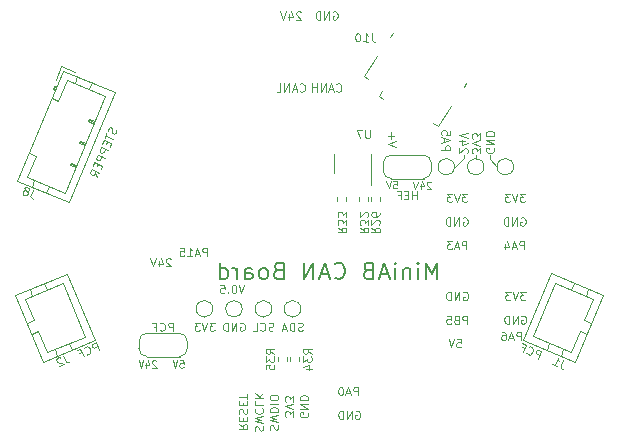
<source format=gbo>
G04 #@! TF.GenerationSoftware,KiCad,Pcbnew,(6.0.0)*
G04 #@! TF.CreationDate,2022-03-04T12:47:46+01:00*
G04 #@! TF.ProjectId,MiniAB-CAN-Board,4d696e69-4142-42d4-9341-4e2d426f6172,1*
G04 #@! TF.SameCoordinates,Original*
G04 #@! TF.FileFunction,Legend,Bot*
G04 #@! TF.FilePolarity,Positive*
%FSLAX46Y46*%
G04 Gerber Fmt 4.6, Leading zero omitted, Abs format (unit mm)*
G04 Created by KiCad (PCBNEW (6.0.0)) date 2022-03-04 12:47:46*
%MOMM*%
%LPD*%
G01*
G04 APERTURE LIST*
%ADD10C,0.100000*%
%ADD11C,0.200000*%
%ADD12C,0.120000*%
G04 APERTURE END LIST*
D10*
X122175000Y-76725000D02*
X122940000Y-75960000D01*
X125160000Y-76080000D02*
X125160000Y-75700000D01*
X122940000Y-75960000D02*
X122940000Y-75700000D01*
X123960000Y-76025000D02*
X123960000Y-75700000D01*
X125780000Y-76700000D02*
X125160000Y-76080000D01*
X98143333Y-84523333D02*
X98110000Y-84490000D01*
X98043333Y-84456666D01*
X97876666Y-84456666D01*
X97810000Y-84490000D01*
X97776666Y-84523333D01*
X97743333Y-84590000D01*
X97743333Y-84656666D01*
X97776666Y-84756666D01*
X98176666Y-85156666D01*
X97743333Y-85156666D01*
X97143333Y-84690000D02*
X97143333Y-85156666D01*
X97310000Y-84423333D02*
X97476666Y-84923333D01*
X97043333Y-84923333D01*
X96876666Y-84456666D02*
X96643333Y-85156666D01*
X96410000Y-84456666D01*
X122373333Y-91316666D02*
X122706666Y-91316666D01*
X122740000Y-91650000D01*
X122706666Y-91616666D01*
X122640000Y-91583333D01*
X122473333Y-91583333D01*
X122406666Y-91616666D01*
X122373333Y-91650000D01*
X122340000Y-91716666D01*
X122340000Y-91883333D01*
X122373333Y-91950000D01*
X122406666Y-91983333D01*
X122473333Y-92016666D01*
X122640000Y-92016666D01*
X122706666Y-91983333D01*
X122740000Y-91950000D01*
X122140000Y-91316666D02*
X121906666Y-92016666D01*
X121673333Y-91316666D01*
X114006666Y-96066666D02*
X114006666Y-95366666D01*
X113740000Y-95366666D01*
X113673333Y-95400000D01*
X113640000Y-95433333D01*
X113606666Y-95500000D01*
X113606666Y-95600000D01*
X113640000Y-95666666D01*
X113673333Y-95700000D01*
X113740000Y-95733333D01*
X114006666Y-95733333D01*
X113340000Y-95866666D02*
X113006666Y-95866666D01*
X113406666Y-96066666D02*
X113173333Y-95366666D01*
X112940000Y-96066666D01*
X112573333Y-95366666D02*
X112506666Y-95366666D01*
X112440000Y-95400000D01*
X112406666Y-95433333D01*
X112373333Y-95500000D01*
X112340000Y-95633333D01*
X112340000Y-95800000D01*
X112373333Y-95933333D01*
X112406666Y-96000000D01*
X112440000Y-96033333D01*
X112506666Y-96066666D01*
X112573333Y-96066666D01*
X112640000Y-96033333D01*
X112673333Y-96000000D01*
X112706666Y-95933333D01*
X112740000Y-95800000D01*
X112740000Y-95633333D01*
X112706666Y-95500000D01*
X112673333Y-95433333D01*
X112640000Y-95400000D01*
X112573333Y-95366666D01*
X128186666Y-87296666D02*
X127753333Y-87296666D01*
X127986666Y-87563333D01*
X127886666Y-87563333D01*
X127820000Y-87596666D01*
X127786666Y-87630000D01*
X127753333Y-87696666D01*
X127753333Y-87863333D01*
X127786666Y-87930000D01*
X127820000Y-87963333D01*
X127886666Y-87996666D01*
X128086666Y-87996666D01*
X128153333Y-87963333D01*
X128186666Y-87930000D01*
X127553333Y-87296666D02*
X127320000Y-87996666D01*
X127086666Y-87296666D01*
X126920000Y-87296666D02*
X126486666Y-87296666D01*
X126720000Y-87563333D01*
X126620000Y-87563333D01*
X126553333Y-87596666D01*
X126520000Y-87630000D01*
X126486666Y-87696666D01*
X126486666Y-87863333D01*
X126520000Y-87930000D01*
X126553333Y-87963333D01*
X126620000Y-87996666D01*
X126820000Y-87996666D01*
X126886666Y-87963333D01*
X126920000Y-87930000D01*
X109073333Y-70300000D02*
X109106666Y-70333333D01*
X109206666Y-70366666D01*
X109273333Y-70366666D01*
X109373333Y-70333333D01*
X109440000Y-70266666D01*
X109473333Y-70200000D01*
X109506666Y-70066666D01*
X109506666Y-69966666D01*
X109473333Y-69833333D01*
X109440000Y-69766666D01*
X109373333Y-69700000D01*
X109273333Y-69666666D01*
X109206666Y-69666666D01*
X109106666Y-69700000D01*
X109073333Y-69733333D01*
X108806666Y-70166666D02*
X108473333Y-70166666D01*
X108873333Y-70366666D02*
X108640000Y-69666666D01*
X108406666Y-70366666D01*
X108173333Y-70366666D02*
X108173333Y-69666666D01*
X107773333Y-70366666D01*
X107773333Y-69666666D01*
X107106666Y-70366666D02*
X107440000Y-70366666D01*
X107440000Y-69666666D01*
X128136666Y-78986666D02*
X127703333Y-78986666D01*
X127936666Y-79253333D01*
X127836666Y-79253333D01*
X127770000Y-79286666D01*
X127736666Y-79320000D01*
X127703333Y-79386666D01*
X127703333Y-79553333D01*
X127736666Y-79620000D01*
X127770000Y-79653333D01*
X127836666Y-79686666D01*
X128036666Y-79686666D01*
X128103333Y-79653333D01*
X128136666Y-79620000D01*
X127503333Y-78986666D02*
X127270000Y-79686666D01*
X127036666Y-78986666D01*
X126870000Y-78986666D02*
X126436666Y-78986666D01*
X126670000Y-79253333D01*
X126570000Y-79253333D01*
X126503333Y-79286666D01*
X126470000Y-79320000D01*
X126436666Y-79386666D01*
X126436666Y-79553333D01*
X126470000Y-79620000D01*
X126503333Y-79653333D01*
X126570000Y-79686666D01*
X126770000Y-79686666D01*
X126836666Y-79653333D01*
X126870000Y-79620000D01*
X122893333Y-81040000D02*
X122960000Y-81006666D01*
X123060000Y-81006666D01*
X123160000Y-81040000D01*
X123226666Y-81106666D01*
X123260000Y-81173333D01*
X123293333Y-81306666D01*
X123293333Y-81406666D01*
X123260000Y-81540000D01*
X123226666Y-81606666D01*
X123160000Y-81673333D01*
X123060000Y-81706666D01*
X122993333Y-81706666D01*
X122893333Y-81673333D01*
X122860000Y-81640000D01*
X122860000Y-81406666D01*
X122993333Y-81406666D01*
X122560000Y-81706666D02*
X122560000Y-81006666D01*
X122160000Y-81706666D01*
X122160000Y-81006666D01*
X121826666Y-81706666D02*
X121826666Y-81006666D01*
X121660000Y-81006666D01*
X121560000Y-81040000D01*
X121493333Y-81106666D01*
X121460000Y-81173333D01*
X121426666Y-81306666D01*
X121426666Y-81406666D01*
X121460000Y-81540000D01*
X121493333Y-81606666D01*
X121560000Y-81673333D01*
X121660000Y-81706666D01*
X121826666Y-81706666D01*
X109740000Y-97533333D02*
X109773333Y-97600000D01*
X109773333Y-97700000D01*
X109740000Y-97800000D01*
X109673333Y-97866666D01*
X109606666Y-97900000D01*
X109473333Y-97933333D01*
X109373333Y-97933333D01*
X109240000Y-97900000D01*
X109173333Y-97866666D01*
X109106666Y-97800000D01*
X109073333Y-97700000D01*
X109073333Y-97633333D01*
X109106666Y-97533333D01*
X109140000Y-97500000D01*
X109373333Y-97500000D01*
X109373333Y-97633333D01*
X109073333Y-97200000D02*
X109773333Y-97200000D01*
X109073333Y-96800000D01*
X109773333Y-96800000D01*
X109073333Y-96466666D02*
X109773333Y-96466666D01*
X109773333Y-96300000D01*
X109740000Y-96200000D01*
X109673333Y-96133333D01*
X109606666Y-96100000D01*
X109473333Y-96066666D01*
X109373333Y-96066666D01*
X109240000Y-96100000D01*
X109173333Y-96133333D01*
X109106666Y-96200000D01*
X109073333Y-96300000D01*
X109073333Y-96466666D01*
X121063333Y-75306666D02*
X121763333Y-75306666D01*
X121763333Y-75040000D01*
X121730000Y-74973333D01*
X121696666Y-74940000D01*
X121630000Y-74906666D01*
X121530000Y-74906666D01*
X121463333Y-74940000D01*
X121430000Y-74973333D01*
X121396666Y-75040000D01*
X121396666Y-75306666D01*
X121263333Y-74640000D02*
X121263333Y-74306666D01*
X121063333Y-74706666D02*
X121763333Y-74473333D01*
X121063333Y-74240000D01*
X121763333Y-73673333D02*
X121763333Y-74006666D01*
X121430000Y-74040000D01*
X121463333Y-74006666D01*
X121496666Y-73940000D01*
X121496666Y-73773333D01*
X121463333Y-73706666D01*
X121430000Y-73673333D01*
X121363333Y-73640000D01*
X121196666Y-73640000D01*
X121130000Y-73673333D01*
X121096666Y-73706666D01*
X121063333Y-73773333D01*
X121063333Y-73940000D01*
X121096666Y-74006666D01*
X121130000Y-74040000D01*
X113793333Y-97410000D02*
X113860000Y-97376666D01*
X113960000Y-97376666D01*
X114060000Y-97410000D01*
X114126666Y-97476666D01*
X114160000Y-97543333D01*
X114193333Y-97676666D01*
X114193333Y-97776666D01*
X114160000Y-97910000D01*
X114126666Y-97976666D01*
X114060000Y-98043333D01*
X113960000Y-98076666D01*
X113893333Y-98076666D01*
X113793333Y-98043333D01*
X113760000Y-98010000D01*
X113760000Y-97776666D01*
X113893333Y-97776666D01*
X113460000Y-98076666D02*
X113460000Y-97376666D01*
X113060000Y-98076666D01*
X113060000Y-97376666D01*
X112726666Y-98076666D02*
X112726666Y-97376666D01*
X112560000Y-97376666D01*
X112460000Y-97410000D01*
X112393333Y-97476666D01*
X112360000Y-97543333D01*
X112326666Y-97676666D01*
X112326666Y-97776666D01*
X112360000Y-97910000D01*
X112393333Y-97976666D01*
X112460000Y-98043333D01*
X112560000Y-98076666D01*
X112726666Y-98076666D01*
X127843333Y-89350000D02*
X127910000Y-89316666D01*
X128010000Y-89316666D01*
X128110000Y-89350000D01*
X128176666Y-89416666D01*
X128210000Y-89483333D01*
X128243333Y-89616666D01*
X128243333Y-89716666D01*
X128210000Y-89850000D01*
X128176666Y-89916666D01*
X128110000Y-89983333D01*
X128010000Y-90016666D01*
X127943333Y-90016666D01*
X127843333Y-89983333D01*
X127810000Y-89950000D01*
X127810000Y-89716666D01*
X127943333Y-89716666D01*
X127510000Y-90016666D02*
X127510000Y-89316666D01*
X127110000Y-90016666D01*
X127110000Y-89316666D01*
X126776666Y-90016666D02*
X126776666Y-89316666D01*
X126610000Y-89316666D01*
X126510000Y-89350000D01*
X126443333Y-89416666D01*
X126410000Y-89483333D01*
X126376666Y-89616666D01*
X126376666Y-89716666D01*
X126410000Y-89850000D01*
X126443333Y-89916666D01*
X126510000Y-89983333D01*
X126610000Y-90016666D01*
X126776666Y-90016666D01*
X105296666Y-99083333D02*
X105263333Y-98983333D01*
X105263333Y-98816666D01*
X105296666Y-98750000D01*
X105330000Y-98716666D01*
X105396666Y-98683333D01*
X105463333Y-98683333D01*
X105530000Y-98716666D01*
X105563333Y-98750000D01*
X105596666Y-98816666D01*
X105630000Y-98950000D01*
X105663333Y-99016666D01*
X105696666Y-99050000D01*
X105763333Y-99083333D01*
X105830000Y-99083333D01*
X105896666Y-99050000D01*
X105930000Y-99016666D01*
X105963333Y-98950000D01*
X105963333Y-98783333D01*
X105930000Y-98683333D01*
X105963333Y-98450000D02*
X105263333Y-98283333D01*
X105763333Y-98150000D01*
X105263333Y-98016666D01*
X105963333Y-97850000D01*
X105330000Y-97183333D02*
X105296666Y-97216666D01*
X105263333Y-97316666D01*
X105263333Y-97383333D01*
X105296666Y-97483333D01*
X105363333Y-97550000D01*
X105430000Y-97583333D01*
X105563333Y-97616666D01*
X105663333Y-97616666D01*
X105796666Y-97583333D01*
X105863333Y-97550000D01*
X105930000Y-97483333D01*
X105963333Y-97383333D01*
X105963333Y-97316666D01*
X105930000Y-97216666D01*
X105896666Y-97183333D01*
X105263333Y-96550000D02*
X105263333Y-96883333D01*
X105963333Y-96883333D01*
X105263333Y-96316666D02*
X105963333Y-96316666D01*
X105263333Y-95916666D02*
X105663333Y-96216666D01*
X105963333Y-95916666D02*
X105563333Y-96316666D01*
X109163333Y-63623333D02*
X109130000Y-63590000D01*
X109063333Y-63556666D01*
X108896666Y-63556666D01*
X108830000Y-63590000D01*
X108796666Y-63623333D01*
X108763333Y-63690000D01*
X108763333Y-63756666D01*
X108796666Y-63856666D01*
X109196666Y-64256666D01*
X108763333Y-64256666D01*
X108163333Y-63790000D02*
X108163333Y-64256666D01*
X108330000Y-63523333D02*
X108496666Y-64023333D01*
X108063333Y-64023333D01*
X107896666Y-63556666D02*
X107663333Y-64256666D01*
X107430000Y-63556666D01*
X123246666Y-90036666D02*
X123246666Y-89336666D01*
X122980000Y-89336666D01*
X122913333Y-89370000D01*
X122880000Y-89403333D01*
X122846666Y-89470000D01*
X122846666Y-89570000D01*
X122880000Y-89636666D01*
X122913333Y-89670000D01*
X122980000Y-89703333D01*
X123246666Y-89703333D01*
X122313333Y-89670000D02*
X122213333Y-89703333D01*
X122180000Y-89736666D01*
X122146666Y-89803333D01*
X122146666Y-89903333D01*
X122180000Y-89970000D01*
X122213333Y-90003333D01*
X122280000Y-90036666D01*
X122546666Y-90036666D01*
X122546666Y-89336666D01*
X122313333Y-89336666D01*
X122246666Y-89370000D01*
X122213333Y-89403333D01*
X122180000Y-89470000D01*
X122180000Y-89536666D01*
X122213333Y-89603333D01*
X122246666Y-89636666D01*
X122313333Y-89670000D01*
X122546666Y-89670000D01*
X121513333Y-89336666D02*
X121846666Y-89336666D01*
X121880000Y-89670000D01*
X121846666Y-89636666D01*
X121780000Y-89603333D01*
X121613333Y-89603333D01*
X121546666Y-89636666D01*
X121513333Y-89670000D01*
X121480000Y-89736666D01*
X121480000Y-89903333D01*
X121513333Y-89970000D01*
X121546666Y-90003333D01*
X121613333Y-90036666D01*
X121780000Y-90036666D01*
X121846666Y-90003333D01*
X121880000Y-89970000D01*
X127796666Y-91406666D02*
X127796666Y-90706666D01*
X127530000Y-90706666D01*
X127463333Y-90740000D01*
X127430000Y-90773333D01*
X127396666Y-90840000D01*
X127396666Y-90940000D01*
X127430000Y-91006666D01*
X127463333Y-91040000D01*
X127530000Y-91073333D01*
X127796666Y-91073333D01*
X127130000Y-91206666D02*
X126796666Y-91206666D01*
X127196666Y-91406666D02*
X126963333Y-90706666D01*
X126730000Y-91406666D01*
X126196666Y-90706666D02*
X126330000Y-90706666D01*
X126396666Y-90740000D01*
X126430000Y-90773333D01*
X126496666Y-90873333D01*
X126530000Y-91006666D01*
X126530000Y-91273333D01*
X126496666Y-91340000D01*
X126463333Y-91373333D01*
X126396666Y-91406666D01*
X126263333Y-91406666D01*
X126196666Y-91373333D01*
X126163333Y-91340000D01*
X126130000Y-91273333D01*
X126130000Y-91106666D01*
X126163333Y-91040000D01*
X126196666Y-91006666D01*
X126263333Y-90973333D01*
X126396666Y-90973333D01*
X126463333Y-91006666D01*
X126496666Y-91040000D01*
X126530000Y-91106666D01*
D11*
X120700000Y-86233333D02*
X120700000Y-84833333D01*
X120233333Y-85833333D01*
X119766666Y-84833333D01*
X119766666Y-86233333D01*
X119100000Y-86233333D02*
X119100000Y-85300000D01*
X119100000Y-84833333D02*
X119166666Y-84900000D01*
X119100000Y-84966666D01*
X119033333Y-84900000D01*
X119100000Y-84833333D01*
X119100000Y-84966666D01*
X118433333Y-85300000D02*
X118433333Y-86233333D01*
X118433333Y-85433333D02*
X118366666Y-85366666D01*
X118233333Y-85300000D01*
X118033333Y-85300000D01*
X117900000Y-85366666D01*
X117833333Y-85500000D01*
X117833333Y-86233333D01*
X117166666Y-86233333D02*
X117166666Y-85300000D01*
X117166666Y-84833333D02*
X117233333Y-84900000D01*
X117166666Y-84966666D01*
X117100000Y-84900000D01*
X117166666Y-84833333D01*
X117166666Y-84966666D01*
X116566666Y-85833333D02*
X115900000Y-85833333D01*
X116700000Y-86233333D02*
X116233333Y-84833333D01*
X115766666Y-86233333D01*
X114833333Y-85500000D02*
X114633333Y-85566666D01*
X114566666Y-85633333D01*
X114500000Y-85766666D01*
X114500000Y-85966666D01*
X114566666Y-86100000D01*
X114633333Y-86166666D01*
X114766666Y-86233333D01*
X115300000Y-86233333D01*
X115300000Y-84833333D01*
X114833333Y-84833333D01*
X114700000Y-84900000D01*
X114633333Y-84966666D01*
X114566666Y-85100000D01*
X114566666Y-85233333D01*
X114633333Y-85366666D01*
X114700000Y-85433333D01*
X114833333Y-85500000D01*
X115300000Y-85500000D01*
X112033333Y-86100000D02*
X112100000Y-86166666D01*
X112300000Y-86233333D01*
X112433333Y-86233333D01*
X112633333Y-86166666D01*
X112766666Y-86033333D01*
X112833333Y-85900000D01*
X112900000Y-85633333D01*
X112900000Y-85433333D01*
X112833333Y-85166666D01*
X112766666Y-85033333D01*
X112633333Y-84900000D01*
X112433333Y-84833333D01*
X112300000Y-84833333D01*
X112100000Y-84900000D01*
X112033333Y-84966666D01*
X111500000Y-85833333D02*
X110833333Y-85833333D01*
X111633333Y-86233333D02*
X111166666Y-84833333D01*
X110700000Y-86233333D01*
X110233333Y-86233333D02*
X110233333Y-84833333D01*
X109433333Y-86233333D01*
X109433333Y-84833333D01*
X107233333Y-85500000D02*
X107033333Y-85566666D01*
X106966666Y-85633333D01*
X106900000Y-85766666D01*
X106900000Y-85966666D01*
X106966666Y-86100000D01*
X107033333Y-86166666D01*
X107166666Y-86233333D01*
X107700000Y-86233333D01*
X107700000Y-84833333D01*
X107233333Y-84833333D01*
X107100000Y-84900000D01*
X107033333Y-84966666D01*
X106966666Y-85100000D01*
X106966666Y-85233333D01*
X107033333Y-85366666D01*
X107100000Y-85433333D01*
X107233333Y-85500000D01*
X107700000Y-85500000D01*
X106100000Y-86233333D02*
X106233333Y-86166666D01*
X106300000Y-86100000D01*
X106366666Y-85966666D01*
X106366666Y-85566666D01*
X106300000Y-85433333D01*
X106233333Y-85366666D01*
X106100000Y-85300000D01*
X105900000Y-85300000D01*
X105766666Y-85366666D01*
X105700000Y-85433333D01*
X105633333Y-85566666D01*
X105633333Y-85966666D01*
X105700000Y-86100000D01*
X105766666Y-86166666D01*
X105900000Y-86233333D01*
X106100000Y-86233333D01*
X104433333Y-86233333D02*
X104433333Y-85500000D01*
X104500000Y-85366666D01*
X104633333Y-85300000D01*
X104900000Y-85300000D01*
X105033333Y-85366666D01*
X104433333Y-86166666D02*
X104566666Y-86233333D01*
X104900000Y-86233333D01*
X105033333Y-86166666D01*
X105100000Y-86033333D01*
X105100000Y-85900000D01*
X105033333Y-85766666D01*
X104900000Y-85700000D01*
X104566666Y-85700000D01*
X104433333Y-85633333D01*
X103766666Y-86233333D02*
X103766666Y-85300000D01*
X103766666Y-85566666D02*
X103700000Y-85433333D01*
X103633333Y-85366666D01*
X103500000Y-85300000D01*
X103366666Y-85300000D01*
X102300000Y-86233333D02*
X102300000Y-84833333D01*
X102300000Y-86166666D02*
X102433333Y-86233333D01*
X102700000Y-86233333D01*
X102833333Y-86166666D01*
X102900000Y-86100000D01*
X102966666Y-85966666D01*
X102966666Y-85566666D01*
X102900000Y-85433333D01*
X102833333Y-85366666D01*
X102700000Y-85300000D01*
X102433333Y-85300000D01*
X102300000Y-85366666D01*
D10*
X106576666Y-98983333D02*
X106543333Y-98883333D01*
X106543333Y-98716666D01*
X106576666Y-98650000D01*
X106610000Y-98616666D01*
X106676666Y-98583333D01*
X106743333Y-98583333D01*
X106810000Y-98616666D01*
X106843333Y-98650000D01*
X106876666Y-98716666D01*
X106910000Y-98850000D01*
X106943333Y-98916666D01*
X106976666Y-98950000D01*
X107043333Y-98983333D01*
X107110000Y-98983333D01*
X107176666Y-98950000D01*
X107210000Y-98916666D01*
X107243333Y-98850000D01*
X107243333Y-98683333D01*
X107210000Y-98583333D01*
X107243333Y-98350000D02*
X106543333Y-98183333D01*
X107043333Y-98050000D01*
X106543333Y-97916666D01*
X107243333Y-97750000D01*
X106543333Y-97483333D02*
X107243333Y-97483333D01*
X107243333Y-97316666D01*
X107210000Y-97216666D01*
X107143333Y-97150000D01*
X107076666Y-97116666D01*
X106943333Y-97083333D01*
X106843333Y-97083333D01*
X106710000Y-97116666D01*
X106643333Y-97150000D01*
X106576666Y-97216666D01*
X106543333Y-97316666D01*
X106543333Y-97483333D01*
X106543333Y-96783333D02*
X107243333Y-96783333D01*
X107243333Y-96316666D02*
X107243333Y-96183333D01*
X107210000Y-96116666D01*
X107143333Y-96050000D01*
X107010000Y-96016666D01*
X106776666Y-96016666D01*
X106643333Y-96050000D01*
X106576666Y-96116666D01*
X106543333Y-96183333D01*
X106543333Y-96316666D01*
X106576666Y-96383333D01*
X106643333Y-96450000D01*
X106776666Y-96483333D01*
X107010000Y-96483333D01*
X107143333Y-96450000D01*
X107210000Y-96383333D01*
X107243333Y-96316666D01*
X123236666Y-78986666D02*
X122803333Y-78986666D01*
X123036666Y-79253333D01*
X122936666Y-79253333D01*
X122870000Y-79286666D01*
X122836666Y-79320000D01*
X122803333Y-79386666D01*
X122803333Y-79553333D01*
X122836666Y-79620000D01*
X122870000Y-79653333D01*
X122936666Y-79686666D01*
X123136666Y-79686666D01*
X123203333Y-79653333D01*
X123236666Y-79620000D01*
X122603333Y-78986666D02*
X122370000Y-79686666D01*
X122136666Y-78986666D01*
X121970000Y-78986666D02*
X121536666Y-78986666D01*
X121770000Y-79253333D01*
X121670000Y-79253333D01*
X121603333Y-79286666D01*
X121570000Y-79320000D01*
X121536666Y-79386666D01*
X121536666Y-79553333D01*
X121570000Y-79620000D01*
X121603333Y-79653333D01*
X121670000Y-79686666D01*
X121870000Y-79686666D01*
X121936666Y-79653333D01*
X121970000Y-79620000D01*
X123186666Y-83706666D02*
X123186666Y-83006666D01*
X122920000Y-83006666D01*
X122853333Y-83040000D01*
X122820000Y-83073333D01*
X122786666Y-83140000D01*
X122786666Y-83240000D01*
X122820000Y-83306666D01*
X122853333Y-83340000D01*
X122920000Y-83373333D01*
X123186666Y-83373333D01*
X122520000Y-83506666D02*
X122186666Y-83506666D01*
X122586666Y-83706666D02*
X122353333Y-83006666D01*
X122120000Y-83706666D01*
X121953333Y-83006666D02*
X121520000Y-83006666D01*
X121753333Y-83273333D01*
X121653333Y-83273333D01*
X121586666Y-83306666D01*
X121553333Y-83340000D01*
X121520000Y-83406666D01*
X121520000Y-83573333D01*
X121553333Y-83640000D01*
X121586666Y-83673333D01*
X121653333Y-83706666D01*
X121853333Y-83706666D01*
X121920000Y-83673333D01*
X121953333Y-83640000D01*
X128066666Y-83706666D02*
X128066666Y-83006666D01*
X127800000Y-83006666D01*
X127733333Y-83040000D01*
X127700000Y-83073333D01*
X127666666Y-83140000D01*
X127666666Y-83240000D01*
X127700000Y-83306666D01*
X127733333Y-83340000D01*
X127800000Y-83373333D01*
X128066666Y-83373333D01*
X127400000Y-83506666D02*
X127066666Y-83506666D01*
X127466666Y-83706666D02*
X127233333Y-83006666D01*
X127000000Y-83706666D01*
X126466666Y-83240000D02*
X126466666Y-83706666D01*
X126633333Y-82973333D02*
X126800000Y-83473333D01*
X126366666Y-83473333D01*
X112156666Y-70300000D02*
X112190000Y-70333333D01*
X112290000Y-70366666D01*
X112356666Y-70366666D01*
X112456666Y-70333333D01*
X112523333Y-70266666D01*
X112556666Y-70200000D01*
X112590000Y-70066666D01*
X112590000Y-69966666D01*
X112556666Y-69833333D01*
X112523333Y-69766666D01*
X112456666Y-69700000D01*
X112356666Y-69666666D01*
X112290000Y-69666666D01*
X112190000Y-69700000D01*
X112156666Y-69733333D01*
X111890000Y-70166666D02*
X111556666Y-70166666D01*
X111956666Y-70366666D02*
X111723333Y-69666666D01*
X111490000Y-70366666D01*
X111256666Y-70366666D02*
X111256666Y-69666666D01*
X110856666Y-70366666D01*
X110856666Y-69666666D01*
X110523333Y-70366666D02*
X110523333Y-69666666D01*
X110523333Y-70000000D02*
X110123333Y-70000000D01*
X110123333Y-70366666D02*
X110123333Y-69666666D01*
X111883333Y-63600000D02*
X111950000Y-63566666D01*
X112050000Y-63566666D01*
X112150000Y-63600000D01*
X112216666Y-63666666D01*
X112250000Y-63733333D01*
X112283333Y-63866666D01*
X112283333Y-63966666D01*
X112250000Y-64100000D01*
X112216666Y-64166666D01*
X112150000Y-64233333D01*
X112050000Y-64266666D01*
X111983333Y-64266666D01*
X111883333Y-64233333D01*
X111850000Y-64200000D01*
X111850000Y-63966666D01*
X111983333Y-63966666D01*
X111550000Y-64266666D02*
X111550000Y-63566666D01*
X111150000Y-64266666D01*
X111150000Y-63566666D01*
X110816666Y-64266666D02*
X110816666Y-63566666D01*
X110650000Y-63566666D01*
X110550000Y-63600000D01*
X110483333Y-63666666D01*
X110450000Y-63733333D01*
X110416666Y-63866666D01*
X110416666Y-63966666D01*
X110450000Y-64100000D01*
X110483333Y-64166666D01*
X110550000Y-64233333D01*
X110650000Y-64266666D01*
X110816666Y-64266666D01*
X104366666Y-86716666D02*
X104133333Y-87416666D01*
X103900000Y-86716666D01*
X103533333Y-86716666D02*
X103466666Y-86716666D01*
X103400000Y-86750000D01*
X103366666Y-86783333D01*
X103333333Y-86850000D01*
X103300000Y-86983333D01*
X103300000Y-87150000D01*
X103333333Y-87283333D01*
X103366666Y-87350000D01*
X103400000Y-87383333D01*
X103466666Y-87416666D01*
X103533333Y-87416666D01*
X103600000Y-87383333D01*
X103633333Y-87350000D01*
X103666666Y-87283333D01*
X103700000Y-87150000D01*
X103700000Y-86983333D01*
X103666666Y-86850000D01*
X103633333Y-86783333D01*
X103600000Y-86750000D01*
X103533333Y-86716666D01*
X103000000Y-87350000D02*
X102966666Y-87383333D01*
X103000000Y-87416666D01*
X103033333Y-87383333D01*
X103000000Y-87350000D01*
X103000000Y-87416666D01*
X102333333Y-86716666D02*
X102666666Y-86716666D01*
X102700000Y-87050000D01*
X102666666Y-87016666D01*
X102600000Y-86983333D01*
X102433333Y-86983333D01*
X102366666Y-87016666D01*
X102333333Y-87050000D01*
X102300000Y-87116666D01*
X102300000Y-87283333D01*
X102333333Y-87350000D01*
X102366666Y-87383333D01*
X102433333Y-87416666D01*
X102600000Y-87416666D01*
X102666666Y-87383333D01*
X102700000Y-87350000D01*
X127793333Y-81040000D02*
X127860000Y-81006666D01*
X127960000Y-81006666D01*
X128060000Y-81040000D01*
X128126666Y-81106666D01*
X128160000Y-81173333D01*
X128193333Y-81306666D01*
X128193333Y-81406666D01*
X128160000Y-81540000D01*
X128126666Y-81606666D01*
X128060000Y-81673333D01*
X127960000Y-81706666D01*
X127893333Y-81706666D01*
X127793333Y-81673333D01*
X127760000Y-81640000D01*
X127760000Y-81406666D01*
X127893333Y-81406666D01*
X127460000Y-81706666D02*
X127460000Y-81006666D01*
X127060000Y-81706666D01*
X127060000Y-81006666D01*
X126726666Y-81706666D02*
X126726666Y-81006666D01*
X126560000Y-81006666D01*
X126460000Y-81040000D01*
X126393333Y-81106666D01*
X126360000Y-81173333D01*
X126326666Y-81306666D01*
X126326666Y-81406666D01*
X126360000Y-81540000D01*
X126393333Y-81606666D01*
X126460000Y-81673333D01*
X126560000Y-81706666D01*
X126726666Y-81706666D01*
X122923333Y-87340000D02*
X122990000Y-87306666D01*
X123090000Y-87306666D01*
X123190000Y-87340000D01*
X123256666Y-87406666D01*
X123290000Y-87473333D01*
X123323333Y-87606666D01*
X123323333Y-87706666D01*
X123290000Y-87840000D01*
X123256666Y-87906666D01*
X123190000Y-87973333D01*
X123090000Y-88006666D01*
X123023333Y-88006666D01*
X122923333Y-87973333D01*
X122890000Y-87940000D01*
X122890000Y-87706666D01*
X123023333Y-87706666D01*
X122590000Y-88006666D02*
X122590000Y-87306666D01*
X122190000Y-88006666D01*
X122190000Y-87306666D01*
X121856666Y-88006666D02*
X121856666Y-87306666D01*
X121690000Y-87306666D01*
X121590000Y-87340000D01*
X121523333Y-87406666D01*
X121490000Y-87473333D01*
X121456666Y-87606666D01*
X121456666Y-87706666D01*
X121490000Y-87840000D01*
X121523333Y-87906666D01*
X121590000Y-87973333D01*
X121690000Y-88006666D01*
X121856666Y-88006666D01*
X108513333Y-97866666D02*
X108513333Y-97433333D01*
X108246666Y-97666666D01*
X108246666Y-97566666D01*
X108213333Y-97500000D01*
X108180000Y-97466666D01*
X108113333Y-97433333D01*
X107946666Y-97433333D01*
X107880000Y-97466666D01*
X107846666Y-97500000D01*
X107813333Y-97566666D01*
X107813333Y-97766666D01*
X107846666Y-97833333D01*
X107880000Y-97866666D01*
X108513333Y-97233333D02*
X107813333Y-97000000D01*
X108513333Y-96766666D01*
X108513333Y-96600000D02*
X108513333Y-96166666D01*
X108246666Y-96400000D01*
X108246666Y-96300000D01*
X108213333Y-96233333D01*
X108180000Y-96200000D01*
X108113333Y-96166666D01*
X107946666Y-96166666D01*
X107880000Y-96200000D01*
X107846666Y-96233333D01*
X107813333Y-96300000D01*
X107813333Y-96500000D01*
X107846666Y-96566666D01*
X107880000Y-96600000D01*
X103933333Y-98516666D02*
X104266666Y-98750000D01*
X103933333Y-98916666D02*
X104633333Y-98916666D01*
X104633333Y-98650000D01*
X104600000Y-98583333D01*
X104566666Y-98550000D01*
X104500000Y-98516666D01*
X104400000Y-98516666D01*
X104333333Y-98550000D01*
X104300000Y-98583333D01*
X104266666Y-98650000D01*
X104266666Y-98916666D01*
X104300000Y-98216666D02*
X104300000Y-97983333D01*
X103933333Y-97883333D02*
X103933333Y-98216666D01*
X104633333Y-98216666D01*
X104633333Y-97883333D01*
X103966666Y-97616666D02*
X103933333Y-97516666D01*
X103933333Y-97350000D01*
X103966666Y-97283333D01*
X104000000Y-97250000D01*
X104066666Y-97216666D01*
X104133333Y-97216666D01*
X104200000Y-97250000D01*
X104233333Y-97283333D01*
X104266666Y-97350000D01*
X104300000Y-97483333D01*
X104333333Y-97550000D01*
X104366666Y-97583333D01*
X104433333Y-97616666D01*
X104500000Y-97616666D01*
X104566666Y-97583333D01*
X104600000Y-97550000D01*
X104633333Y-97483333D01*
X104633333Y-97316666D01*
X104600000Y-97216666D01*
X104300000Y-96916666D02*
X104300000Y-96683333D01*
X103933333Y-96583333D02*
X103933333Y-96916666D01*
X104633333Y-96916666D01*
X104633333Y-96583333D01*
X104633333Y-96383333D02*
X104633333Y-95983333D01*
X103933333Y-96183333D02*
X104633333Y-96183333D01*
X117253333Y-75046666D02*
X116553333Y-74813333D01*
X117253333Y-74580000D01*
X116820000Y-74346666D02*
X116820000Y-73813333D01*
X116553333Y-74080000D02*
X117086666Y-74080000D01*
X101230000Y-84286666D02*
X101230000Y-83586666D01*
X100963333Y-83586666D01*
X100896666Y-83620000D01*
X100863333Y-83653333D01*
X100830000Y-83720000D01*
X100830000Y-83820000D01*
X100863333Y-83886666D01*
X100896666Y-83920000D01*
X100963333Y-83953333D01*
X101230000Y-83953333D01*
X100563333Y-84086666D02*
X100230000Y-84086666D01*
X100630000Y-84286666D02*
X100396666Y-83586666D01*
X100163333Y-84286666D01*
X99563333Y-84286666D02*
X99963333Y-84286666D01*
X99763333Y-84286666D02*
X99763333Y-83586666D01*
X99830000Y-83686666D01*
X99896666Y-83753333D01*
X99963333Y-83786666D01*
X98930000Y-83586666D02*
X99263333Y-83586666D01*
X99296666Y-83920000D01*
X99263333Y-83886666D01*
X99196666Y-83853333D01*
X99030000Y-83853333D01*
X98963333Y-83886666D01*
X98930000Y-83920000D01*
X98896666Y-83986666D01*
X98896666Y-84153333D01*
X98930000Y-84220000D01*
X98963333Y-84253333D01*
X99030000Y-84286666D01*
X99196666Y-84286666D01*
X99263333Y-84253333D01*
X99296666Y-84220000D01*
G04 #@! TO.C,JP1*
X98333333Y-90616666D02*
X98333333Y-89916666D01*
X98066666Y-89916666D01*
X98000000Y-89950000D01*
X97966666Y-89983333D01*
X97933333Y-90050000D01*
X97933333Y-90150000D01*
X97966666Y-90216666D01*
X98000000Y-90250000D01*
X98066666Y-90283333D01*
X98333333Y-90283333D01*
X97233333Y-90550000D02*
X97266666Y-90583333D01*
X97366666Y-90616666D01*
X97433333Y-90616666D01*
X97533333Y-90583333D01*
X97600000Y-90516666D01*
X97633333Y-90450000D01*
X97666666Y-90316666D01*
X97666666Y-90216666D01*
X97633333Y-90083333D01*
X97600000Y-90016666D01*
X97533333Y-89950000D01*
X97433333Y-89916666D01*
X97366666Y-89916666D01*
X97266666Y-89950000D01*
X97233333Y-89983333D01*
X96700000Y-90250000D02*
X96933333Y-90250000D01*
X96933333Y-90616666D02*
X96933333Y-89916666D01*
X96600000Y-89916666D01*
X96914285Y-93178571D02*
X96885714Y-93150000D01*
X96828571Y-93121428D01*
X96685714Y-93121428D01*
X96628571Y-93150000D01*
X96600000Y-93178571D01*
X96571428Y-93235714D01*
X96571428Y-93292857D01*
X96600000Y-93378571D01*
X96942857Y-93721428D01*
X96571428Y-93721428D01*
X96057142Y-93321428D02*
X96057142Y-93721428D01*
X96200000Y-93092857D02*
X96342857Y-93521428D01*
X95971428Y-93521428D01*
X95828571Y-93121428D02*
X95628571Y-93721428D01*
X95428571Y-93121428D01*
X98914285Y-93121428D02*
X99200000Y-93121428D01*
X99228571Y-93407142D01*
X99200000Y-93378571D01*
X99142857Y-93350000D01*
X99000000Y-93350000D01*
X98942857Y-93378571D01*
X98914285Y-93407142D01*
X98885714Y-93464285D01*
X98885714Y-93607142D01*
X98914285Y-93664285D01*
X98942857Y-93692857D01*
X99000000Y-93721428D01*
X99142857Y-93721428D01*
X99200000Y-93692857D01*
X99228571Y-93664285D01*
X98714285Y-93121428D02*
X98514285Y-93721428D01*
X98314285Y-93121428D01*
G04 #@! TO.C,TP7*
X106833333Y-90583333D02*
X106733333Y-90616666D01*
X106566666Y-90616666D01*
X106500000Y-90583333D01*
X106466666Y-90550000D01*
X106433333Y-90483333D01*
X106433333Y-90416666D01*
X106466666Y-90350000D01*
X106500000Y-90316666D01*
X106566666Y-90283333D01*
X106700000Y-90250000D01*
X106766666Y-90216666D01*
X106800000Y-90183333D01*
X106833333Y-90116666D01*
X106833333Y-90050000D01*
X106800000Y-89983333D01*
X106766666Y-89950000D01*
X106700000Y-89916666D01*
X106533333Y-89916666D01*
X106433333Y-89950000D01*
X105733333Y-90550000D02*
X105766666Y-90583333D01*
X105866666Y-90616666D01*
X105933333Y-90616666D01*
X106033333Y-90583333D01*
X106100000Y-90516666D01*
X106133333Y-90450000D01*
X106166666Y-90316666D01*
X106166666Y-90216666D01*
X106133333Y-90083333D01*
X106100000Y-90016666D01*
X106033333Y-89950000D01*
X105933333Y-89916666D01*
X105866666Y-89916666D01*
X105766666Y-89950000D01*
X105733333Y-89983333D01*
X105100000Y-90616666D02*
X105433333Y-90616666D01*
X105433333Y-89916666D01*
G04 #@! TO.C,TP5*
X101866666Y-89916666D02*
X101433333Y-89916666D01*
X101666666Y-90183333D01*
X101566666Y-90183333D01*
X101500000Y-90216666D01*
X101466666Y-90250000D01*
X101433333Y-90316666D01*
X101433333Y-90483333D01*
X101466666Y-90550000D01*
X101500000Y-90583333D01*
X101566666Y-90616666D01*
X101766666Y-90616666D01*
X101833333Y-90583333D01*
X101866666Y-90550000D01*
X101233333Y-89916666D02*
X101000000Y-90616666D01*
X100766666Y-89916666D01*
X100600000Y-89916666D02*
X100166666Y-89916666D01*
X100400000Y-90183333D01*
X100300000Y-90183333D01*
X100233333Y-90216666D01*
X100200000Y-90250000D01*
X100166666Y-90316666D01*
X100166666Y-90483333D01*
X100200000Y-90550000D01*
X100233333Y-90583333D01*
X100300000Y-90616666D01*
X100500000Y-90616666D01*
X100566666Y-90583333D01*
X100600000Y-90550000D01*
G04 #@! TO.C,J8*
X86472267Y-78665139D02*
X86280925Y-79127079D01*
X86273453Y-79232223D01*
X86309532Y-79319328D01*
X86389164Y-79388392D01*
X86450756Y-79413904D01*
X85957114Y-78776474D02*
X86031462Y-78771190D01*
X86075014Y-78753150D01*
X86131322Y-78704314D01*
X86144078Y-78673518D01*
X86138795Y-78599170D01*
X86120755Y-78555618D01*
X86071919Y-78499310D01*
X85948735Y-78448286D01*
X85874387Y-78453569D01*
X85830835Y-78471609D01*
X85774527Y-78520445D01*
X85761770Y-78551241D01*
X85767054Y-78625589D01*
X85785094Y-78669141D01*
X85833930Y-78725449D01*
X85957114Y-78776474D01*
X86005950Y-78832782D01*
X86023990Y-78876334D01*
X86029273Y-78950682D01*
X85978249Y-79073866D01*
X85921941Y-79122702D01*
X85878389Y-79140742D01*
X85804041Y-79146026D01*
X85680857Y-79095001D01*
X85632021Y-79038693D01*
X85613981Y-78995141D01*
X85608697Y-78920793D01*
X85659722Y-78797609D01*
X85716030Y-78748773D01*
X85759582Y-78730733D01*
X85833930Y-78725449D01*
X93550757Y-73593634D02*
X93543284Y-73698779D01*
X93479504Y-73852758D01*
X93423196Y-73901594D01*
X93379644Y-73919634D01*
X93305295Y-73924918D01*
X93243703Y-73899406D01*
X93194868Y-73843098D01*
X93176828Y-73799545D01*
X93171544Y-73725197D01*
X93191772Y-73589257D01*
X93186489Y-73514909D01*
X93168449Y-73471357D01*
X93119613Y-73415049D01*
X93058021Y-73389537D01*
X92983673Y-73394820D01*
X92940121Y-73412860D01*
X92883813Y-73461696D01*
X92820032Y-73615676D01*
X92812560Y-73720820D01*
X92705227Y-73892840D02*
X92552154Y-74262392D01*
X93275406Y-74345494D02*
X92628690Y-74077616D01*
X92770821Y-74605525D02*
X92681528Y-74821097D01*
X92982015Y-75053802D02*
X93109576Y-74745842D01*
X92462861Y-74477964D01*
X92335300Y-74785923D01*
X92867210Y-75330966D02*
X92220495Y-75063087D01*
X92118446Y-75309455D01*
X92123729Y-75383803D01*
X92141769Y-75427355D01*
X92190605Y-75483664D01*
X92282993Y-75521932D01*
X92357341Y-75516648D01*
X92400893Y-75498608D01*
X92457202Y-75449772D01*
X92559250Y-75203405D01*
X92599332Y-75977681D02*
X91952616Y-75709803D01*
X91850567Y-75956171D01*
X91855851Y-76030519D01*
X91873891Y-76074071D01*
X91922727Y-76130379D01*
X92015115Y-76168648D01*
X92089463Y-76163364D01*
X92133015Y-76145324D01*
X92189323Y-76096488D01*
X92291372Y-75850120D01*
X91992698Y-76484080D02*
X91903405Y-76699652D01*
X92203892Y-76932357D02*
X92331454Y-76624397D01*
X91684738Y-76356519D01*
X91557177Y-76664479D01*
X91936014Y-77579073D02*
X91717347Y-77235940D01*
X92089087Y-77209521D02*
X91442372Y-76941642D01*
X91340323Y-77188010D01*
X91345607Y-77262358D01*
X91363646Y-77305910D01*
X91412482Y-77362219D01*
X91504870Y-77400487D01*
X91579218Y-77395203D01*
X91622770Y-77377163D01*
X91679079Y-77328328D01*
X91781128Y-77081960D01*
G04 #@! TO.C,TP2*
X124363333Y-75596666D02*
X124363333Y-75163333D01*
X124096666Y-75396666D01*
X124096666Y-75296666D01*
X124063333Y-75230000D01*
X124030000Y-75196666D01*
X123963333Y-75163333D01*
X123796666Y-75163333D01*
X123730000Y-75196666D01*
X123696666Y-75230000D01*
X123663333Y-75296666D01*
X123663333Y-75496666D01*
X123696666Y-75563333D01*
X123730000Y-75596666D01*
X124363333Y-74963333D02*
X123663333Y-74730000D01*
X124363333Y-74496666D01*
X124363333Y-74330000D02*
X124363333Y-73896666D01*
X124096666Y-74130000D01*
X124096666Y-74030000D01*
X124063333Y-73963333D01*
X124030000Y-73930000D01*
X123963333Y-73896666D01*
X123796666Y-73896666D01*
X123730000Y-73930000D01*
X123696666Y-73963333D01*
X123663333Y-74030000D01*
X123663333Y-74230000D01*
X123696666Y-74296666D01*
X123730000Y-74330000D01*
G04 #@! TO.C,R35*
X106916666Y-92550000D02*
X106583333Y-92316666D01*
X106916666Y-92150000D02*
X106216666Y-92150000D01*
X106216666Y-92416666D01*
X106250000Y-92483333D01*
X106283333Y-92516666D01*
X106350000Y-92550000D01*
X106450000Y-92550000D01*
X106516666Y-92516666D01*
X106550000Y-92483333D01*
X106583333Y-92416666D01*
X106583333Y-92150000D01*
X106216666Y-92783333D02*
X106216666Y-93216666D01*
X106483333Y-92983333D01*
X106483333Y-93083333D01*
X106516666Y-93150000D01*
X106550000Y-93183333D01*
X106616666Y-93216666D01*
X106783333Y-93216666D01*
X106850000Y-93183333D01*
X106883333Y-93150000D01*
X106916666Y-93083333D01*
X106916666Y-92883333D01*
X106883333Y-92816666D01*
X106850000Y-92783333D01*
X106216666Y-93850000D02*
X106216666Y-93516666D01*
X106550000Y-93483333D01*
X106516666Y-93516666D01*
X106483333Y-93583333D01*
X106483333Y-93750000D01*
X106516666Y-93816666D01*
X106550000Y-93850000D01*
X106616666Y-93883333D01*
X106783333Y-93883333D01*
X106850000Y-93850000D01*
X106883333Y-93816666D01*
X106916666Y-93750000D01*
X106916666Y-93583333D01*
X106883333Y-93516666D01*
X106850000Y-93483333D01*
G04 #@! TO.C,TP3*
X123216666Y-75563333D02*
X123250000Y-75530000D01*
X123283333Y-75463333D01*
X123283333Y-75296666D01*
X123250000Y-75230000D01*
X123216666Y-75196666D01*
X123150000Y-75163333D01*
X123083333Y-75163333D01*
X122983333Y-75196666D01*
X122583333Y-75596666D01*
X122583333Y-75163333D01*
X123050000Y-74563333D02*
X122583333Y-74563333D01*
X123316666Y-74730000D02*
X122816666Y-74896666D01*
X122816666Y-74463333D01*
X123283333Y-74296666D02*
X122583333Y-74063333D01*
X123283333Y-73830000D01*
G04 #@! TO.C,TP4*
X125500000Y-75153333D02*
X125533333Y-75220000D01*
X125533333Y-75320000D01*
X125500000Y-75420000D01*
X125433333Y-75486666D01*
X125366666Y-75520000D01*
X125233333Y-75553333D01*
X125133333Y-75553333D01*
X125000000Y-75520000D01*
X124933333Y-75486666D01*
X124866666Y-75420000D01*
X124833333Y-75320000D01*
X124833333Y-75253333D01*
X124866666Y-75153333D01*
X124900000Y-75120000D01*
X125133333Y-75120000D01*
X125133333Y-75253333D01*
X124833333Y-74820000D02*
X125533333Y-74820000D01*
X124833333Y-74420000D01*
X125533333Y-74420000D01*
X124833333Y-74086666D02*
X125533333Y-74086666D01*
X125533333Y-73920000D01*
X125500000Y-73820000D01*
X125433333Y-73753333D01*
X125366666Y-73720000D01*
X125233333Y-73686666D01*
X125133333Y-73686666D01*
X125000000Y-73720000D01*
X124933333Y-73753333D01*
X124866666Y-73820000D01*
X124833333Y-73920000D01*
X124833333Y-74086666D01*
G04 #@! TO.C,J2*
X89048876Y-92706553D02*
X89240218Y-93168493D01*
X89309282Y-93248124D01*
X89396386Y-93284204D01*
X89501530Y-93276732D01*
X89563122Y-93251220D01*
X88797224Y-92882950D02*
X88753672Y-92864910D01*
X88679324Y-92859626D01*
X88525344Y-92923407D01*
X88476508Y-92979715D01*
X88458469Y-93023267D01*
X88453185Y-93097615D01*
X88478697Y-93159207D01*
X88547761Y-93238839D01*
X89070387Y-93455317D01*
X88670039Y-93621147D01*
X92061082Y-92243658D02*
X91793204Y-91596943D01*
X91546836Y-91698992D01*
X91498000Y-91755300D01*
X91479960Y-91798852D01*
X91474676Y-91873200D01*
X91512945Y-91965588D01*
X91569253Y-92014424D01*
X91612805Y-92032464D01*
X91687153Y-92037748D01*
X91933521Y-91935699D01*
X91019302Y-92603018D02*
X91062855Y-92621058D01*
X91167999Y-92613586D01*
X91229591Y-92588074D01*
X91309222Y-92519009D01*
X91345302Y-92431905D01*
X91350586Y-92357557D01*
X91330357Y-92221617D01*
X91292089Y-92129229D01*
X91210269Y-92018801D01*
X91153960Y-91969965D01*
X91066856Y-91933886D01*
X90961712Y-91941358D01*
X90900120Y-91966870D01*
X90820488Y-92035934D01*
X90802449Y-92079487D01*
X90411762Y-92529952D02*
X90627334Y-92440659D01*
X90767651Y-92779415D02*
X90499772Y-92132700D01*
X90191813Y-92260261D01*
G04 #@! TO.C,R26*
X115123333Y-81880000D02*
X115456666Y-82113333D01*
X115123333Y-82280000D02*
X115823333Y-82280000D01*
X115823333Y-82013333D01*
X115790000Y-81946666D01*
X115756666Y-81913333D01*
X115690000Y-81880000D01*
X115590000Y-81880000D01*
X115523333Y-81913333D01*
X115490000Y-81946666D01*
X115456666Y-82013333D01*
X115456666Y-82280000D01*
X115756666Y-81613333D02*
X115790000Y-81580000D01*
X115823333Y-81513333D01*
X115823333Y-81346666D01*
X115790000Y-81280000D01*
X115756666Y-81246666D01*
X115690000Y-81213333D01*
X115623333Y-81213333D01*
X115523333Y-81246666D01*
X115123333Y-81646666D01*
X115123333Y-81213333D01*
X115823333Y-80613333D02*
X115823333Y-80746666D01*
X115790000Y-80813333D01*
X115756666Y-80846666D01*
X115656666Y-80913333D01*
X115523333Y-80946666D01*
X115256666Y-80946666D01*
X115190000Y-80913333D01*
X115156666Y-80880000D01*
X115123333Y-80813333D01*
X115123333Y-80680000D01*
X115156666Y-80613333D01*
X115190000Y-80580000D01*
X115256666Y-80546666D01*
X115423333Y-80546666D01*
X115490000Y-80580000D01*
X115523333Y-80613333D01*
X115556666Y-80680000D01*
X115556666Y-80813333D01*
X115523333Y-80880000D01*
X115490000Y-80913333D01*
X115423333Y-80946666D01*
G04 #@! TO.C,R33*
X112283333Y-81880000D02*
X112616666Y-82113333D01*
X112283333Y-82280000D02*
X112983333Y-82280000D01*
X112983333Y-82013333D01*
X112950000Y-81946666D01*
X112916666Y-81913333D01*
X112850000Y-81880000D01*
X112750000Y-81880000D01*
X112683333Y-81913333D01*
X112650000Y-81946666D01*
X112616666Y-82013333D01*
X112616666Y-82280000D01*
X112983333Y-81646666D02*
X112983333Y-81213333D01*
X112716666Y-81446666D01*
X112716666Y-81346666D01*
X112683333Y-81280000D01*
X112650000Y-81246666D01*
X112583333Y-81213333D01*
X112416666Y-81213333D01*
X112350000Y-81246666D01*
X112316666Y-81280000D01*
X112283333Y-81346666D01*
X112283333Y-81546666D01*
X112316666Y-81613333D01*
X112350000Y-81646666D01*
X112983333Y-80980000D02*
X112983333Y-80546666D01*
X112716666Y-80780000D01*
X112716666Y-80680000D01*
X112683333Y-80613333D01*
X112650000Y-80580000D01*
X112583333Y-80546666D01*
X112416666Y-80546666D01*
X112350000Y-80580000D01*
X112316666Y-80613333D01*
X112283333Y-80680000D01*
X112283333Y-80880000D01*
X112316666Y-80946666D01*
X112350000Y-80980000D01*
G04 #@! TO.C,R34*
X110086666Y-92550000D02*
X109753333Y-92316666D01*
X110086666Y-92150000D02*
X109386666Y-92150000D01*
X109386666Y-92416666D01*
X109420000Y-92483333D01*
X109453333Y-92516666D01*
X109520000Y-92550000D01*
X109620000Y-92550000D01*
X109686666Y-92516666D01*
X109720000Y-92483333D01*
X109753333Y-92416666D01*
X109753333Y-92150000D01*
X109386666Y-92783333D02*
X109386666Y-93216666D01*
X109653333Y-92983333D01*
X109653333Y-93083333D01*
X109686666Y-93150000D01*
X109720000Y-93183333D01*
X109786666Y-93216666D01*
X109953333Y-93216666D01*
X110020000Y-93183333D01*
X110053333Y-93150000D01*
X110086666Y-93083333D01*
X110086666Y-92883333D01*
X110053333Y-92816666D01*
X110020000Y-92783333D01*
X109620000Y-93816666D02*
X110086666Y-93816666D01*
X109353333Y-93650000D02*
X109853333Y-93483333D01*
X109853333Y-93916666D01*
G04 #@! TO.C,JP2*
X118986666Y-79456666D02*
X118986666Y-78756666D01*
X118986666Y-79090000D02*
X118586666Y-79090000D01*
X118586666Y-79456666D02*
X118586666Y-78756666D01*
X118253333Y-79090000D02*
X118020000Y-79090000D01*
X117920000Y-79456666D02*
X118253333Y-79456666D01*
X118253333Y-78756666D01*
X117920000Y-78756666D01*
X117386666Y-79090000D02*
X117620000Y-79090000D01*
X117620000Y-79456666D02*
X117620000Y-78756666D01*
X117286666Y-78756666D01*
X116994285Y-77941428D02*
X117280000Y-77941428D01*
X117308571Y-78227142D01*
X117280000Y-78198571D01*
X117222857Y-78170000D01*
X117080000Y-78170000D01*
X117022857Y-78198571D01*
X116994285Y-78227142D01*
X116965714Y-78284285D01*
X116965714Y-78427142D01*
X116994285Y-78484285D01*
X117022857Y-78512857D01*
X117080000Y-78541428D01*
X117222857Y-78541428D01*
X117280000Y-78512857D01*
X117308571Y-78484285D01*
X116794285Y-77941428D02*
X116594285Y-78541428D01*
X116394285Y-77941428D01*
X120154285Y-78028571D02*
X120125714Y-78000000D01*
X120068571Y-77971428D01*
X119925714Y-77971428D01*
X119868571Y-78000000D01*
X119840000Y-78028571D01*
X119811428Y-78085714D01*
X119811428Y-78142857D01*
X119840000Y-78228571D01*
X120182857Y-78571428D01*
X119811428Y-78571428D01*
X119297142Y-78171428D02*
X119297142Y-78571428D01*
X119440000Y-77942857D02*
X119582857Y-78371428D01*
X119211428Y-78371428D01*
X119068571Y-77971428D02*
X118868571Y-78571428D01*
X118668571Y-77971428D01*
G04 #@! TO.C,TP6*
X109310000Y-90583333D02*
X109210000Y-90616666D01*
X109043333Y-90616666D01*
X108976666Y-90583333D01*
X108943333Y-90550000D01*
X108910000Y-90483333D01*
X108910000Y-90416666D01*
X108943333Y-90350000D01*
X108976666Y-90316666D01*
X109043333Y-90283333D01*
X109176666Y-90250000D01*
X109243333Y-90216666D01*
X109276666Y-90183333D01*
X109310000Y-90116666D01*
X109310000Y-90050000D01*
X109276666Y-89983333D01*
X109243333Y-89950000D01*
X109176666Y-89916666D01*
X109010000Y-89916666D01*
X108910000Y-89950000D01*
X108610000Y-90616666D02*
X108610000Y-89916666D01*
X108443333Y-89916666D01*
X108343333Y-89950000D01*
X108276666Y-90016666D01*
X108243333Y-90083333D01*
X108210000Y-90216666D01*
X108210000Y-90316666D01*
X108243333Y-90450000D01*
X108276666Y-90516666D01*
X108343333Y-90583333D01*
X108443333Y-90616666D01*
X108610000Y-90616666D01*
X107943333Y-90416666D02*
X107610000Y-90416666D01*
X108010000Y-90616666D02*
X107776666Y-89916666D01*
X107543333Y-90616666D01*
G04 #@! TO.C,J10*
X115159990Y-65421625D02*
X115155626Y-65921606D01*
X115188086Y-66021893D01*
X115254168Y-66089139D01*
X115353874Y-66123343D01*
X115420538Y-66123925D01*
X114453908Y-66115490D02*
X114853893Y-66118980D01*
X114653900Y-66117235D02*
X114660009Y-65417262D01*
X114725800Y-65517839D01*
X114791883Y-65585085D01*
X114858256Y-65618999D01*
X114026700Y-65411735D02*
X113960035Y-65411153D01*
X113893080Y-65443903D01*
X113859457Y-65476944D01*
X113825544Y-65543318D01*
X113791048Y-65676355D01*
X113789594Y-65843015D01*
X113821762Y-65976635D01*
X113854512Y-66043590D01*
X113887554Y-66077212D01*
X113953927Y-66111126D01*
X114020591Y-66111708D01*
X114087546Y-66078958D01*
X114121169Y-66045917D01*
X114155083Y-65979543D01*
X114189578Y-65846506D01*
X114191033Y-65679846D01*
X114158864Y-65546227D01*
X114126114Y-65479272D01*
X114093073Y-65445649D01*
X114026700Y-65411735D01*
G04 #@! TO.C,J1*
X131373349Y-93079223D02*
X131182007Y-93541163D01*
X131174535Y-93646307D01*
X131210614Y-93733412D01*
X131290246Y-93802476D01*
X131351838Y-93827988D01*
X130458755Y-93458061D02*
X130828306Y-93611134D01*
X130643531Y-93534597D02*
X130911409Y-92887882D01*
X130934733Y-93005782D01*
X130970812Y-93092886D01*
X131019648Y-93149194D01*
X129257712Y-92960572D02*
X129525590Y-92313857D01*
X129279223Y-92211808D01*
X129204874Y-92217091D01*
X129161322Y-92235131D01*
X129105014Y-92283967D01*
X129066746Y-92376355D01*
X129072030Y-92450703D01*
X129090069Y-92494255D01*
X129138905Y-92550563D01*
X129385273Y-92652612D01*
X128266957Y-92478028D02*
X128284997Y-92521581D01*
X128364628Y-92590645D01*
X128426220Y-92616157D01*
X128531365Y-92623629D01*
X128618469Y-92587550D01*
X128674777Y-92538714D01*
X128756597Y-92428286D01*
X128794866Y-92335898D01*
X128815094Y-92199958D01*
X128809810Y-92125610D01*
X128773731Y-92038506D01*
X128694099Y-91969441D01*
X128632507Y-91943929D01*
X128527363Y-91936457D01*
X128483811Y-91954497D01*
X127889026Y-91996767D02*
X128104598Y-92086060D01*
X127964281Y-92424815D02*
X128232159Y-91778100D01*
X127924199Y-91650539D01*
G04 #@! TO.C,U7*
X115023333Y-73606666D02*
X115023333Y-74173333D01*
X114990000Y-74240000D01*
X114956666Y-74273333D01*
X114890000Y-74306666D01*
X114756666Y-74306666D01*
X114690000Y-74273333D01*
X114656666Y-74240000D01*
X114623333Y-74173333D01*
X114623333Y-73606666D01*
X114356666Y-73606666D02*
X113890000Y-73606666D01*
X114190000Y-74306666D01*
G04 #@! TO.C,R32*
X114173333Y-81880000D02*
X114506666Y-82113333D01*
X114173333Y-82280000D02*
X114873333Y-82280000D01*
X114873333Y-82013333D01*
X114840000Y-81946666D01*
X114806666Y-81913333D01*
X114740000Y-81880000D01*
X114640000Y-81880000D01*
X114573333Y-81913333D01*
X114540000Y-81946666D01*
X114506666Y-82013333D01*
X114506666Y-82280000D01*
X114873333Y-81646666D02*
X114873333Y-81213333D01*
X114606666Y-81446666D01*
X114606666Y-81346666D01*
X114573333Y-81280000D01*
X114540000Y-81246666D01*
X114473333Y-81213333D01*
X114306666Y-81213333D01*
X114240000Y-81246666D01*
X114206666Y-81280000D01*
X114173333Y-81346666D01*
X114173333Y-81546666D01*
X114206666Y-81613333D01*
X114240000Y-81646666D01*
X114806666Y-80946666D02*
X114840000Y-80913333D01*
X114873333Y-80846666D01*
X114873333Y-80680000D01*
X114840000Y-80613333D01*
X114806666Y-80580000D01*
X114740000Y-80546666D01*
X114673333Y-80546666D01*
X114573333Y-80580000D01*
X114173333Y-80980000D01*
X114173333Y-80546666D01*
G04 #@! TO.C,TP1*
X104033333Y-89950000D02*
X104100000Y-89916666D01*
X104200000Y-89916666D01*
X104300000Y-89950000D01*
X104366666Y-90016666D01*
X104400000Y-90083333D01*
X104433333Y-90216666D01*
X104433333Y-90316666D01*
X104400000Y-90450000D01*
X104366666Y-90516666D01*
X104300000Y-90583333D01*
X104200000Y-90616666D01*
X104133333Y-90616666D01*
X104033333Y-90583333D01*
X104000000Y-90550000D01*
X104000000Y-90316666D01*
X104133333Y-90316666D01*
X103700000Y-90616666D02*
X103700000Y-89916666D01*
X103300000Y-90616666D01*
X103300000Y-89916666D01*
X102966666Y-90616666D02*
X102966666Y-89916666D01*
X102800000Y-89916666D01*
X102700000Y-89950000D01*
X102633333Y-90016666D01*
X102600000Y-90083333D01*
X102566666Y-90216666D01*
X102566666Y-90316666D01*
X102600000Y-90450000D01*
X102633333Y-90516666D01*
X102700000Y-90583333D01*
X102800000Y-90616666D01*
X102966666Y-90616666D01*
D12*
G04 #@! TO.C,JP1*
X96100000Y-92800000D02*
X98900000Y-92800000D01*
X95450000Y-91500000D02*
X95450000Y-92100000D01*
X98900000Y-90800000D02*
X96100000Y-90800000D01*
X99550000Y-92100000D02*
X99550000Y-91500000D01*
X95450000Y-92100000D02*
G75*
G03*
X96150000Y-92800000I699999J-1D01*
G01*
X99550000Y-91500000D02*
G75*
G03*
X98850000Y-90800000I-699999J1D01*
G01*
X96150000Y-90800000D02*
G75*
G03*
X95450000Y-91500000I-1J-699999D01*
G01*
X98850000Y-92800000D02*
G75*
G03*
X99550000Y-92100000I1J699999D01*
G01*
G04 #@! TO.C,TP7*
X106700000Y-88750000D02*
G75*
G03*
X106700000Y-88750000I-700000J0D01*
G01*
G04 #@! TO.C,TP5*
X101700000Y-88750000D02*
G75*
G03*
X101700000Y-88750000I-700000J0D01*
G01*
G04 #@! TO.C,J8*
X91699262Y-72880840D02*
X91237322Y-72689499D01*
X90168528Y-76576359D02*
X89706588Y-76385017D01*
X93395571Y-70379594D02*
X89522815Y-79729255D01*
X90895627Y-74820987D02*
X90433687Y-74629646D01*
X85162104Y-77922989D02*
X89034860Y-68573328D01*
X86705340Y-75791294D02*
X86141773Y-75557857D01*
X88055190Y-70938460D02*
X88618757Y-71171897D01*
X89364990Y-69370332D02*
X92598568Y-70709724D01*
X88268949Y-70161088D02*
X88383754Y-69883924D01*
X86372386Y-78424304D02*
X86605823Y-77860738D01*
X90933895Y-74728600D02*
X90471955Y-74537258D01*
X92598568Y-70709724D02*
X89192685Y-78932251D01*
X89706588Y-76385017D02*
X89630052Y-76569793D01*
X90245142Y-69074643D02*
X90011705Y-69638210D01*
X88394147Y-69336209D02*
X88872501Y-68181359D01*
X91160785Y-72874275D02*
X91622725Y-73065616D01*
X88361337Y-70199356D02*
X88176561Y-70122819D01*
X91660993Y-72973228D02*
X91199054Y-72781887D01*
X85959107Y-77592859D02*
X86705340Y-75791294D01*
X89034860Y-68573328D02*
X93395571Y-70379594D01*
X89630052Y-76569793D02*
X90091991Y-76761135D01*
X89192685Y-78932251D02*
X85959107Y-77592859D01*
X91237322Y-72689499D02*
X91160785Y-72874275D01*
X88872501Y-68181359D02*
X90027351Y-68659714D01*
X88291366Y-69845656D02*
X88476142Y-69922192D01*
X87573429Y-78921793D02*
X87806866Y-78358226D01*
X88618757Y-71171897D02*
X89364990Y-69370332D01*
X90130260Y-76668747D02*
X89668320Y-76477405D01*
X90395419Y-74722034D02*
X90857358Y-74913375D01*
X89522815Y-79729255D02*
X85162104Y-77922989D01*
X88176561Y-70122819D02*
X88291366Y-69845656D01*
X90471955Y-74537258D02*
X90395419Y-74722034D01*
X91446185Y-69572132D02*
X91212749Y-70135698D01*
G04 #@! TO.C,TP2*
X124675000Y-76725000D02*
G75*
G03*
X124675000Y-76725000I-700000J0D01*
G01*
G04 #@! TO.C,R35*
X107980000Y-93153641D02*
X107980000Y-92846359D01*
X107220000Y-93153641D02*
X107220000Y-92846359D01*
G04 #@! TO.C,TP3*
X122175000Y-76725000D02*
G75*
G03*
X122175000Y-76725000I-700000J0D01*
G01*
G04 #@! TO.C,TP4*
X127175000Y-76725000D02*
G75*
G03*
X127175000Y-76725000I-700000J0D01*
G01*
G04 #@! TO.C,J2*
X87409959Y-86577258D02*
X87643396Y-87140825D01*
X89029215Y-86566800D02*
X90904364Y-91093809D01*
X86208915Y-87074747D02*
X86442352Y-87638313D01*
X88550938Y-92728890D02*
X88317501Y-92165323D01*
X86924553Y-90631636D02*
X86360986Y-90865073D01*
X84998633Y-87576062D02*
X89359345Y-85769796D01*
X90904364Y-91093809D02*
X87670785Y-92433202D01*
X86541869Y-89707757D02*
X85795637Y-87906192D01*
X85795637Y-87906192D02*
X89029215Y-86566800D01*
X85978303Y-89941194D02*
X86541869Y-89707757D01*
X91701367Y-91423939D02*
X87340656Y-93230205D01*
X87670785Y-92433202D02*
X86924553Y-90631636D01*
X89359345Y-85769796D02*
X91701367Y-91423939D01*
X89751981Y-92231401D02*
X89518544Y-91667835D01*
X87340656Y-93230205D02*
X84998633Y-87576062D01*
G04 #@! TO.C,R26*
X115065000Y-79603641D02*
X115065000Y-79296359D01*
X115825000Y-79603641D02*
X115825000Y-79296359D01*
G04 #@! TO.C,R33*
X112220000Y-79603641D02*
X112220000Y-79296359D01*
X112980000Y-79603641D02*
X112980000Y-79296359D01*
G04 #@! TO.C,R34*
X108980000Y-93153641D02*
X108980000Y-92846359D01*
X108220000Y-93153641D02*
X108220000Y-92846359D01*
G04 #@! TO.C,JP2*
X116125000Y-76425000D02*
X116125000Y-77025000D01*
X119575000Y-75725000D02*
X116775000Y-75725000D01*
X116775000Y-77725000D02*
X119575000Y-77725000D01*
X120225000Y-77025000D02*
X120225000Y-76425000D01*
X120225000Y-76425000D02*
G75*
G03*
X119525000Y-75725000I-699999J1D01*
G01*
X116825000Y-75725000D02*
G75*
G03*
X116125000Y-76425000I-1J-699999D01*
G01*
X119525000Y-77725000D02*
G75*
G03*
X120225000Y-77025000I1J699999D01*
G01*
X116125000Y-77025000D02*
G75*
G03*
X116825000Y-77725000I699999J-1D01*
G01*
G04 #@! TO.C,TP6*
X109160000Y-88750000D02*
G75*
G03*
X109160000Y-88750000I-700000J0D01*
G01*
G04 #@! TO.C,J10*
X122947733Y-69954069D02*
X123171410Y-69622454D01*
X115611760Y-67382143D02*
X114504559Y-69023637D01*
X121846123Y-71587273D02*
X120738921Y-73228768D01*
X116155449Y-70957405D02*
X115782382Y-70705768D01*
X116034019Y-70332702D02*
X115782382Y-70705768D01*
X120738921Y-73228768D02*
X120390725Y-72993907D01*
X116937048Y-65417324D02*
X116713370Y-65748939D01*
X114504559Y-69023637D02*
X114852754Y-69258498D01*
G04 #@! TO.C,J1*
X134715917Y-87561706D02*
X132373894Y-93215849D01*
X133353564Y-90850717D02*
X132789997Y-90617280D01*
X132304591Y-86562902D02*
X132071154Y-87126469D01*
X128013183Y-91409583D02*
X130355205Y-85755440D01*
X130355205Y-85755440D02*
X134715917Y-87561706D01*
X129962569Y-92217045D02*
X130196005Y-91653479D01*
X128810186Y-91079453D02*
X130685335Y-86552444D01*
X132789997Y-90617280D02*
X132043764Y-92418845D01*
X132043764Y-92418845D02*
X128810186Y-91079453D01*
X132373894Y-93215849D02*
X128013183Y-91409583D01*
X133172681Y-89693401D02*
X133736247Y-89926838D01*
X133918913Y-87891836D02*
X133172681Y-89693401D01*
X130685335Y-86552444D02*
X133918913Y-87891836D01*
X131163612Y-92714534D02*
X131397049Y-92150967D01*
X133505635Y-87060391D02*
X133272198Y-87623957D01*
G04 #@! TO.C,U7*
X111985000Y-76475000D02*
X111985000Y-75675000D01*
X111985000Y-76475000D02*
X111985000Y-77275000D01*
X115105000Y-76475000D02*
X115105000Y-75675000D01*
X115105000Y-76475000D02*
X115105000Y-78275000D01*
G04 #@! TO.C,R32*
X114120000Y-79603641D02*
X114120000Y-79296359D01*
X114880000Y-79603641D02*
X114880000Y-79296359D01*
G04 #@! TO.C,TP1*
X104200000Y-88750000D02*
G75*
G03*
X104200000Y-88750000I-700000J0D01*
G01*
G04 #@! TD*
M02*

</source>
